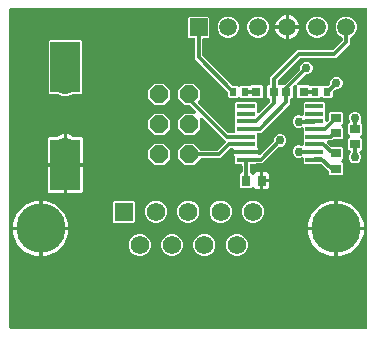
<source format=gbr>
G04 EAGLE Gerber RS-274X export*
G75*
%MOMM*%
%FSLAX34Y34*%
%LPD*%
%INTop Copper*%
%IPPOS*%
%AMOC8*
5,1,8,0,0,1.08239X$1,22.5*%
G01*
G04 Define Apertures*
%ADD10R,1.560000X1.560000*%
%ADD11C,1.560000*%
%ADD12C,4.186000*%
%ADD13R,0.900000X0.700000*%
%ADD14P,1.64956X8X292.5*%
%ADD15R,0.700000X0.900000*%
%ADD16R,2.500000X4.300000*%
%ADD17R,0.800000X0.800000*%
%ADD18R,0.600000X0.700000*%
%ADD19R,1.500000X0.400000*%
%ADD20C,1.450000*%
%ADD21C,1.508000*%
%ADD22R,1.508000X1.508000*%
%ADD23C,0.304800*%
%ADD24C,0.756400*%
G36*
X312760Y10281D02*
X312166Y10160D01*
X11684Y10160D01*
X11135Y10262D01*
X10624Y10589D01*
X10281Y11090D01*
X10160Y11684D01*
X10160Y280320D01*
X10262Y280869D01*
X10589Y281380D01*
X11089Y281723D01*
X11684Y281844D01*
X312166Y281936D01*
X312715Y281834D01*
X313226Y281507D01*
X313569Y281007D01*
X313690Y280412D01*
X313690Y11684D01*
X313588Y11135D01*
X313261Y10624D01*
X312760Y10281D01*
G37*
%LPC*%
G36*
X235783Y267124D02*
X244339Y267124D01*
X244339Y275680D01*
X243857Y275680D01*
X240153Y274145D01*
X237317Y271310D01*
X235783Y267605D01*
X235783Y267124D01*
G37*
G36*
X247387Y267124D02*
X255943Y267124D01*
X255943Y267605D01*
X254408Y271310D01*
X251572Y274145D01*
X247868Y275680D01*
X247387Y275680D01*
X247387Y267124D01*
G37*
G36*
X219060Y256536D02*
X222665Y256536D01*
X225997Y257916D01*
X228547Y260466D01*
X229927Y263797D01*
X229927Y267403D01*
X228547Y270734D01*
X225997Y273284D01*
X222665Y274664D01*
X219060Y274664D01*
X215728Y273284D01*
X213178Y270734D01*
X211799Y267403D01*
X211799Y263797D01*
X213178Y260466D01*
X215728Y257916D01*
X219060Y256536D01*
G37*
G36*
X194060Y256536D02*
X197665Y256536D01*
X200997Y257916D01*
X203547Y260466D01*
X204927Y263797D01*
X204927Y267403D01*
X203547Y270734D01*
X200997Y273284D01*
X197665Y274664D01*
X194060Y274664D01*
X190728Y273284D01*
X188178Y270734D01*
X186799Y267403D01*
X186799Y263797D01*
X188178Y260466D01*
X190728Y257916D01*
X194060Y256536D01*
G37*
G36*
X214881Y205614D02*
X224144Y205614D01*
X225037Y206506D01*
X225037Y215769D01*
X224144Y216662D01*
X214881Y216662D01*
X214828Y216608D01*
X214344Y216282D01*
X213750Y216162D01*
X206156Y216162D01*
X205865Y215870D01*
X205404Y215554D01*
X204812Y215424D01*
X204216Y215535D01*
X203710Y215870D01*
X203419Y216162D01*
X199705Y216162D01*
X199133Y216273D01*
X198628Y216608D01*
X174357Y240879D01*
X174031Y241362D01*
X173911Y241956D01*
X173911Y255012D01*
X174013Y255561D01*
X174340Y256072D01*
X174840Y256415D01*
X175435Y256536D01*
X179034Y256536D01*
X179927Y257429D01*
X179927Y273771D01*
X179034Y274664D01*
X162691Y274664D01*
X161799Y273771D01*
X161799Y257429D01*
X162691Y256536D01*
X166291Y256536D01*
X166840Y256434D01*
X167351Y256107D01*
X167694Y255606D01*
X167815Y255012D01*
X167815Y238800D01*
X194817Y211797D01*
X195143Y211314D01*
X195264Y210720D01*
X195264Y207006D01*
X196156Y206114D01*
X203419Y206114D01*
X203710Y206405D01*
X204171Y206721D01*
X204763Y206851D01*
X205359Y206740D01*
X205865Y206405D01*
X206156Y206114D01*
X213750Y206114D01*
X214322Y206002D01*
X214828Y205667D01*
X214881Y205614D01*
G37*
G36*
X158931Y148812D02*
X166506Y148812D01*
X172156Y154462D01*
X172639Y154788D01*
X173234Y154908D01*
X189381Y154908D01*
X197441Y162968D01*
X197924Y163294D01*
X198519Y163415D01*
X199149Y163415D01*
X199698Y163312D01*
X200209Y162985D01*
X200552Y162485D01*
X200673Y161891D01*
X200673Y161487D01*
X220753Y161487D01*
X220753Y163015D01*
X220183Y163584D01*
X219857Y164067D01*
X219737Y164662D01*
X219737Y174891D01*
X219839Y175440D01*
X220166Y175951D01*
X220666Y176294D01*
X221261Y176415D01*
X223588Y176415D01*
X247961Y200787D01*
X247961Y204090D01*
X248063Y204639D01*
X248390Y205150D01*
X248890Y205493D01*
X249485Y205614D01*
X249544Y205614D01*
X250437Y206506D01*
X250437Y214538D01*
X250548Y215110D01*
X250883Y215616D01*
X251787Y216520D01*
X252226Y216826D01*
X252816Y216966D01*
X253414Y216864D01*
X253925Y216537D01*
X254268Y216037D01*
X254389Y215442D01*
X254389Y206506D01*
X255281Y205614D01*
X264544Y205614D01*
X264597Y205667D01*
X265081Y205993D01*
X265675Y206114D01*
X273269Y206114D01*
X273560Y206405D01*
X274021Y206721D01*
X274613Y206851D01*
X275209Y206740D01*
X275715Y206405D01*
X276006Y206114D01*
X283269Y206114D01*
X284162Y207006D01*
X284162Y210163D01*
X284273Y210735D01*
X284608Y211241D01*
X285896Y212529D01*
X286379Y212855D01*
X286973Y212975D01*
X288393Y212975D01*
X290343Y213783D01*
X291836Y215276D01*
X292644Y217226D01*
X292644Y219337D01*
X291836Y221287D01*
X290343Y222779D01*
X288393Y223587D01*
X286282Y223587D01*
X284332Y222779D01*
X282839Y221287D01*
X282032Y219337D01*
X282032Y217917D01*
X281920Y217345D01*
X281585Y216839D01*
X281354Y216608D01*
X280870Y216282D01*
X280276Y216162D01*
X276006Y216162D01*
X275715Y215870D01*
X275254Y215554D01*
X274662Y215424D01*
X274066Y215535D01*
X273560Y215870D01*
X273269Y216162D01*
X265675Y216162D01*
X265103Y216273D01*
X264597Y216608D01*
X264544Y216662D01*
X255608Y216662D01*
X255081Y216755D01*
X254565Y217074D01*
X254214Y217569D01*
X254084Y218161D01*
X254195Y218757D01*
X254530Y219263D01*
X260496Y225229D01*
X260979Y225555D01*
X261573Y225675D01*
X262993Y225675D01*
X264943Y226483D01*
X266436Y227976D01*
X267244Y229926D01*
X267244Y232037D01*
X266436Y233987D01*
X264943Y235479D01*
X262993Y236287D01*
X260882Y236287D01*
X258932Y235479D01*
X257439Y233987D01*
X256632Y232037D01*
X256632Y230617D01*
X256520Y230045D01*
X256185Y229539D01*
X243754Y217108D01*
X243270Y216782D01*
X242676Y216662D01*
X239085Y216662D01*
X238535Y216764D01*
X238024Y217091D01*
X237681Y217591D01*
X237561Y218186D01*
X237561Y219919D01*
X237672Y220491D01*
X238007Y220996D01*
X256404Y239393D01*
X256887Y239719D01*
X257481Y239840D01*
X287013Y239840D01*
X298911Y251737D01*
X298911Y256033D01*
X299017Y256594D01*
X299348Y257102D01*
X299851Y257441D01*
X300997Y257916D01*
X303547Y260466D01*
X304927Y263797D01*
X304927Y267403D01*
X303547Y270734D01*
X300997Y273284D01*
X297665Y274664D01*
X294060Y274664D01*
X290728Y273284D01*
X288178Y270734D01*
X286799Y267403D01*
X286799Y263797D01*
X288178Y260466D01*
X290728Y257916D01*
X291874Y257441D01*
X292351Y257128D01*
X292694Y256628D01*
X292815Y256033D01*
X292815Y254894D01*
X292703Y254322D01*
X292368Y253816D01*
X284934Y246382D01*
X284451Y246056D01*
X283856Y245936D01*
X254325Y245936D01*
X231465Y223075D01*
X231465Y218186D01*
X231362Y217636D01*
X231035Y217125D01*
X230535Y216782D01*
X229941Y216662D01*
X229881Y216662D01*
X228989Y215769D01*
X228989Y206506D01*
X229881Y205614D01*
X229941Y205614D01*
X230490Y205511D01*
X231001Y205184D01*
X231344Y204684D01*
X231465Y204090D01*
X231465Y203069D01*
X231353Y202497D01*
X231018Y201991D01*
X222338Y193311D01*
X221899Y193005D01*
X221309Y192866D01*
X220711Y192967D01*
X220200Y193294D01*
X219857Y193794D01*
X219737Y194389D01*
X219737Y201594D01*
X218844Y202487D01*
X202581Y202487D01*
X201689Y201594D01*
X201689Y177535D01*
X201586Y176985D01*
X201259Y176474D01*
X200759Y176131D01*
X200165Y176011D01*
X196438Y176011D01*
X195866Y176122D01*
X195360Y176457D01*
X170433Y201384D01*
X170117Y201845D01*
X169987Y202437D01*
X170098Y203033D01*
X170433Y203539D01*
X171863Y204969D01*
X171863Y212544D01*
X166506Y217900D01*
X158931Y217900D01*
X153575Y212544D01*
X153575Y204969D01*
X158931Y199612D01*
X162952Y199612D01*
X163524Y199501D01*
X164030Y199166D01*
X168094Y195102D01*
X168400Y194663D01*
X168539Y194073D01*
X168438Y193475D01*
X168111Y192964D01*
X167611Y192621D01*
X167016Y192500D01*
X158931Y192500D01*
X153575Y187144D01*
X153575Y179569D01*
X158931Y174212D01*
X166506Y174212D01*
X171863Y179569D01*
X171863Y187654D01*
X171957Y188180D01*
X172275Y188696D01*
X172770Y189047D01*
X173362Y189178D01*
X173959Y189066D01*
X174464Y188731D01*
X193446Y169750D01*
X193762Y169289D01*
X193892Y168696D01*
X193781Y168100D01*
X193446Y167594D01*
X187303Y161451D01*
X186819Y161125D01*
X186225Y161004D01*
X173234Y161004D01*
X172662Y161116D01*
X172156Y161451D01*
X166506Y167100D01*
X158931Y167100D01*
X153575Y161744D01*
X153575Y154169D01*
X158931Y148812D01*
G37*
G36*
X269060Y256536D02*
X272665Y256536D01*
X275997Y257916D01*
X278547Y260466D01*
X279927Y263797D01*
X279927Y267403D01*
X278547Y270734D01*
X275997Y273284D01*
X272665Y274664D01*
X269060Y274664D01*
X265728Y273284D01*
X263178Y270734D01*
X261799Y267403D01*
X261799Y263797D01*
X263178Y260466D01*
X265728Y257916D01*
X269060Y256536D01*
G37*
G36*
X247387Y255520D02*
X247868Y255520D01*
X251572Y257055D01*
X254408Y259890D01*
X255943Y263595D01*
X255943Y264076D01*
X247387Y264076D01*
X247387Y255520D01*
G37*
G36*
X243857Y255520D02*
X244339Y255520D01*
X244339Y264076D01*
X235783Y264076D01*
X235783Y263595D01*
X237317Y259890D01*
X240153Y257055D01*
X243857Y255520D01*
G37*
G36*
X56199Y207126D02*
X59689Y207126D01*
X62914Y208462D01*
X62982Y208530D01*
X63465Y208855D01*
X64059Y208976D01*
X71075Y208976D01*
X71968Y209869D01*
X71968Y254131D01*
X71075Y255024D01*
X44812Y255024D01*
X43920Y254131D01*
X43920Y209869D01*
X44812Y208976D01*
X51828Y208976D01*
X52400Y208865D01*
X52906Y208530D01*
X52974Y208462D01*
X56199Y207126D01*
G37*
G36*
X133531Y199612D02*
X141106Y199612D01*
X146463Y204969D01*
X146463Y212544D01*
X141106Y217900D01*
X133531Y217900D01*
X128175Y212544D01*
X128175Y204969D01*
X133531Y199612D01*
G37*
G36*
X282206Y140876D02*
X292469Y140876D01*
X293362Y141769D01*
X293362Y150031D01*
X292070Y151322D01*
X291754Y151783D01*
X291624Y152376D01*
X291735Y152972D01*
X292070Y153478D01*
X293362Y154769D01*
X293362Y163031D01*
X292469Y163924D01*
X283930Y163924D01*
X283358Y164035D01*
X282853Y164370D01*
X279835Y167388D01*
X279529Y167827D01*
X279390Y168417D01*
X279491Y169015D01*
X279818Y169526D01*
X280318Y169869D01*
X280913Y169990D01*
X283838Y169990D01*
X284440Y170592D01*
X284923Y170918D01*
X285518Y171039D01*
X292469Y171039D01*
X293362Y171931D01*
X293362Y180194D01*
X292070Y181485D01*
X291754Y181946D01*
X291624Y182538D01*
X291735Y183134D01*
X292070Y183640D01*
X293362Y184931D01*
X293362Y193194D01*
X292469Y194087D01*
X282206Y194087D01*
X281314Y193194D01*
X281314Y187830D01*
X281202Y187258D01*
X280867Y186753D01*
X280338Y186224D01*
X279899Y185918D01*
X279309Y185778D01*
X278711Y185880D01*
X278200Y186207D01*
X277857Y186707D01*
X277737Y187301D01*
X277737Y201594D01*
X276844Y202487D01*
X260581Y202487D01*
X259689Y201594D01*
X259689Y192063D01*
X259590Y191525D01*
X259268Y191011D01*
X258770Y190664D01*
X258177Y190539D01*
X257581Y190655D01*
X256643Y191044D01*
X254532Y191044D01*
X252582Y190236D01*
X251089Y188743D01*
X250282Y186793D01*
X250282Y184682D01*
X251089Y182732D01*
X252582Y181239D01*
X254532Y180432D01*
X256643Y180432D01*
X257581Y180820D01*
X258116Y180935D01*
X258714Y180834D01*
X259225Y180507D01*
X259568Y180007D01*
X259689Y179412D01*
X259689Y166663D01*
X259590Y166125D01*
X259268Y165611D01*
X258770Y165264D01*
X258177Y165139D01*
X257581Y165255D01*
X256643Y165644D01*
X254532Y165644D01*
X252582Y164836D01*
X251089Y163343D01*
X250282Y161393D01*
X250282Y159282D01*
X251089Y157332D01*
X252582Y155839D01*
X254532Y155032D01*
X256643Y155032D01*
X257581Y155420D01*
X258116Y155535D01*
X258714Y155434D01*
X259225Y155107D01*
X259568Y154607D01*
X259689Y154012D01*
X259689Y150831D01*
X260581Y149939D01*
X273745Y149939D01*
X274317Y149827D01*
X274822Y149492D01*
X280867Y143447D01*
X281193Y142964D01*
X281314Y142370D01*
X281314Y141769D01*
X282206Y140876D01*
G37*
G36*
X302157Y150269D02*
X304268Y150269D01*
X306218Y151077D01*
X307711Y152569D01*
X308519Y154520D01*
X308519Y156630D01*
X307711Y158581D01*
X307379Y158912D01*
X307073Y159351D01*
X306934Y159941D01*
X307036Y160539D01*
X307362Y161050D01*
X307863Y161393D01*
X308315Y161485D01*
X309237Y162406D01*
X309237Y170669D01*
X307945Y171960D01*
X307629Y172421D01*
X307499Y173013D01*
X307610Y173609D01*
X307945Y174115D01*
X309237Y175406D01*
X309237Y183669D01*
X308222Y184683D01*
X307901Y185155D01*
X307776Y185749D01*
X307892Y186344D01*
X308519Y187857D01*
X308519Y189968D01*
X307711Y191918D01*
X306218Y193411D01*
X304268Y194219D01*
X302157Y194219D01*
X300207Y193411D01*
X298714Y191918D01*
X297907Y189968D01*
X297907Y187857D01*
X298533Y186344D01*
X298649Y185785D01*
X298538Y185189D01*
X298203Y184683D01*
X297189Y183669D01*
X297189Y175406D01*
X298480Y174115D01*
X298796Y173654D01*
X298926Y173062D01*
X298815Y172466D01*
X298480Y171960D01*
X297189Y170669D01*
X297189Y162406D01*
X298106Y161489D01*
X298495Y161420D01*
X299011Y161101D01*
X299362Y160606D01*
X299492Y160014D01*
X299381Y159418D01*
X299046Y158912D01*
X298714Y158581D01*
X297907Y156630D01*
X297907Y154520D01*
X298714Y152569D01*
X300207Y151077D01*
X302157Y150269D01*
G37*
G36*
X133531Y174212D02*
X141106Y174212D01*
X146463Y179569D01*
X146463Y187144D01*
X141106Y192500D01*
X133531Y192500D01*
X128175Y187144D01*
X128175Y179569D01*
X133531Y174212D01*
G37*
G36*
X219435Y128691D02*
X222464Y128691D01*
X222464Y142771D01*
X219435Y142771D01*
X217847Y141183D01*
X217386Y140867D01*
X216793Y140736D01*
X216197Y140848D01*
X215691Y141183D01*
X215018Y141856D01*
X215010Y141858D01*
X214499Y142185D01*
X214156Y142685D01*
X214036Y143279D01*
X214036Y148415D01*
X214138Y148964D01*
X214465Y149475D01*
X214965Y149818D01*
X215560Y149939D01*
X218844Y149939D01*
X218873Y149968D01*
X219357Y150294D01*
X219951Y150415D01*
X224575Y150415D01*
X238271Y164110D01*
X238754Y164436D01*
X239348Y164557D01*
X240768Y164557D01*
X242718Y165364D01*
X244211Y166857D01*
X245019Y168807D01*
X245019Y170918D01*
X244211Y172868D01*
X242718Y174361D01*
X240768Y175169D01*
X238657Y175169D01*
X236707Y174361D01*
X235214Y172868D01*
X234407Y170918D01*
X234407Y169498D01*
X234295Y168926D01*
X233960Y168421D01*
X223354Y157815D01*
X222915Y157509D01*
X222325Y157369D01*
X221727Y157471D01*
X221216Y157798D01*
X220873Y158298D01*
X220845Y158439D01*
X200673Y158439D01*
X200673Y156910D01*
X201242Y156341D01*
X201568Y155858D01*
X201689Y155263D01*
X201689Y150831D01*
X202581Y149939D01*
X206416Y149939D01*
X206965Y149836D01*
X207476Y149509D01*
X207819Y149009D01*
X207940Y148415D01*
X207940Y143279D01*
X207837Y142730D01*
X207510Y142219D01*
X207010Y141876D01*
X206969Y141868D01*
X205964Y140863D01*
X205964Y130600D01*
X206856Y129707D01*
X215119Y129707D01*
X215691Y130280D01*
X216152Y130596D01*
X216745Y130726D01*
X217341Y130615D01*
X217847Y130280D01*
X219435Y128691D01*
G37*
G36*
X42904Y150524D02*
X72984Y150524D01*
X72984Y171552D01*
X71496Y173040D01*
X64480Y173040D01*
X63908Y173151D01*
X63608Y173351D01*
X59891Y174890D01*
X59468Y174890D01*
X59468Y163576D01*
X56420Y163576D01*
X56420Y174890D01*
X55996Y174890D01*
X52289Y173354D01*
X52002Y173161D01*
X51407Y173040D01*
X44392Y173040D01*
X42904Y171552D01*
X42904Y150524D01*
G37*
G36*
X133531Y148812D02*
X141106Y148812D01*
X146463Y154169D01*
X146463Y161744D01*
X141106Y167100D01*
X133531Y167100D01*
X128175Y161744D01*
X128175Y154169D01*
X133531Y148812D01*
G37*
G36*
X59468Y124960D02*
X71496Y124960D01*
X72984Y126448D01*
X72984Y147476D01*
X59468Y147476D01*
X59468Y124960D01*
G37*
G36*
X44392Y124960D02*
X56420Y124960D01*
X56420Y147476D01*
X42904Y147476D01*
X42904Y126448D01*
X44392Y124960D01*
G37*
G36*
X225512Y137255D02*
X230028Y137255D01*
X230028Y141283D01*
X228540Y142771D01*
X225512Y142771D01*
X225512Y137255D01*
G37*
G36*
X225512Y128691D02*
X228540Y128691D01*
X230028Y130179D01*
X230028Y134207D01*
X225512Y134207D01*
X225512Y128691D01*
G37*
G36*
X214902Y100214D02*
X218611Y100214D01*
X222038Y101633D01*
X224661Y104256D01*
X226080Y107683D01*
X226080Y111392D01*
X224661Y114819D01*
X222038Y117442D01*
X218611Y118862D01*
X214902Y118862D01*
X211475Y117442D01*
X208852Y114819D01*
X207432Y111392D01*
X207432Y107683D01*
X208852Y104256D01*
X211475Y101633D01*
X214902Y100214D01*
G37*
G36*
X187502Y100214D02*
X191211Y100214D01*
X194638Y101633D01*
X197261Y104256D01*
X198680Y107683D01*
X198680Y111392D01*
X197261Y114819D01*
X194638Y117442D01*
X191211Y118862D01*
X187502Y118862D01*
X184075Y117442D01*
X181452Y114819D01*
X180032Y111392D01*
X180032Y107683D01*
X181452Y104256D01*
X184075Y101633D01*
X187502Y100214D01*
G37*
G36*
X160102Y100214D02*
X163811Y100214D01*
X167238Y101633D01*
X169861Y104256D01*
X171280Y107683D01*
X171280Y111392D01*
X169861Y114819D01*
X167238Y117442D01*
X163811Y118862D01*
X160102Y118862D01*
X156675Y117442D01*
X154052Y114819D01*
X152632Y111392D01*
X152632Y107683D01*
X154052Y104256D01*
X156675Y101633D01*
X160102Y100214D01*
G37*
G36*
X132702Y100214D02*
X136411Y100214D01*
X139838Y101633D01*
X142461Y104256D01*
X143880Y107683D01*
X143880Y111392D01*
X142461Y114819D01*
X139838Y117442D01*
X136411Y118862D01*
X132702Y118862D01*
X129275Y117442D01*
X126652Y114819D01*
X125232Y111392D01*
X125232Y107683D01*
X126652Y104256D01*
X129275Y101633D01*
X132702Y100214D01*
G37*
G36*
X98725Y100214D02*
X115588Y100214D01*
X116480Y101106D01*
X116480Y117969D01*
X115588Y118862D01*
X98725Y118862D01*
X97832Y117969D01*
X97832Y101106D01*
X98725Y100214D01*
G37*
G36*
X13586Y96862D02*
X35532Y96862D01*
X35532Y118808D01*
X32388Y118808D01*
X23762Y115234D01*
X17159Y108632D01*
X13586Y100006D01*
X13586Y96862D01*
G37*
G36*
X263486Y96862D02*
X285432Y96862D01*
X285432Y118808D01*
X282288Y118808D01*
X273662Y115234D01*
X267059Y108632D01*
X263486Y100006D01*
X263486Y96862D01*
G37*
G36*
X288480Y96862D02*
X310426Y96862D01*
X310426Y100006D01*
X306853Y108632D01*
X300251Y115234D01*
X291625Y118808D01*
X288480Y118808D01*
X288480Y96862D01*
G37*
G36*
X38580Y96862D02*
X60526Y96862D01*
X60526Y100006D01*
X56953Y108632D01*
X50351Y115234D01*
X41725Y118808D01*
X38580Y118808D01*
X38580Y96862D01*
G37*
G36*
X288480Y71868D02*
X291625Y71868D01*
X300251Y75441D01*
X306853Y82043D01*
X310426Y90669D01*
X310426Y93814D01*
X288480Y93814D01*
X288480Y71868D01*
G37*
G36*
X282288Y71868D02*
X285432Y71868D01*
X285432Y93814D01*
X263486Y93814D01*
X263486Y90669D01*
X267059Y82043D01*
X273662Y75441D01*
X282288Y71868D01*
G37*
G36*
X38580Y71868D02*
X41725Y71868D01*
X50351Y75441D01*
X56953Y82043D01*
X60526Y90669D01*
X60526Y93814D01*
X38580Y93814D01*
X38580Y71868D01*
G37*
G36*
X32388Y71868D02*
X35532Y71868D01*
X35532Y93814D01*
X13586Y93814D01*
X13586Y90669D01*
X17159Y82043D01*
X23762Y75441D01*
X32388Y71868D01*
G37*
G36*
X201202Y71814D02*
X204911Y71814D01*
X208338Y73233D01*
X210961Y75856D01*
X212380Y79283D01*
X212380Y82992D01*
X210961Y86419D01*
X208338Y89042D01*
X204911Y90462D01*
X201202Y90462D01*
X197775Y89042D01*
X195152Y86419D01*
X193732Y82992D01*
X193732Y79283D01*
X195152Y75856D01*
X197775Y73233D01*
X201202Y71814D01*
G37*
G36*
X173802Y71814D02*
X177511Y71814D01*
X180938Y73233D01*
X183561Y75856D01*
X184980Y79283D01*
X184980Y82992D01*
X183561Y86419D01*
X180938Y89042D01*
X177511Y90462D01*
X173802Y90462D01*
X170375Y89042D01*
X167752Y86419D01*
X166332Y82992D01*
X166332Y79283D01*
X167752Y75856D01*
X170375Y73233D01*
X173802Y71814D01*
G37*
G36*
X146402Y71814D02*
X150111Y71814D01*
X153538Y73233D01*
X156161Y75856D01*
X157580Y79283D01*
X157580Y82992D01*
X156161Y86419D01*
X153538Y89042D01*
X150111Y90462D01*
X146402Y90462D01*
X142975Y89042D01*
X140352Y86419D01*
X138932Y82992D01*
X138932Y79283D01*
X140352Y75856D01*
X142975Y73233D01*
X146402Y71814D01*
G37*
G36*
X119002Y71814D02*
X122711Y71814D01*
X126138Y73233D01*
X128761Y75856D01*
X130180Y79283D01*
X130180Y82992D01*
X128761Y86419D01*
X126138Y89042D01*
X122711Y90462D01*
X119002Y90462D01*
X115575Y89042D01*
X112952Y86419D01*
X111532Y82992D01*
X111532Y79283D01*
X112952Y75856D01*
X115575Y73233D01*
X119002Y71814D01*
G37*
%LPD*%
D10*
X107156Y109538D03*
D11*
X134556Y109538D03*
X161956Y109538D03*
X189356Y109538D03*
X216756Y109538D03*
X120856Y81138D03*
X148256Y81138D03*
X175656Y81138D03*
X203056Y81138D03*
D12*
X286956Y95338D03*
X37056Y95338D03*
D13*
X287338Y145900D03*
X287338Y158900D03*
X287338Y176063D03*
X287338Y189063D03*
X303213Y166538D03*
X303213Y179538D03*
D14*
X137319Y208756D03*
X162719Y208756D03*
X137319Y183356D03*
X162719Y183356D03*
X137319Y157956D03*
X162719Y157956D03*
D15*
X210988Y135731D03*
X223988Y135731D03*
D16*
X57944Y232000D03*
X57944Y149000D03*
D17*
X244913Y211138D03*
X259913Y211138D03*
X234513Y211138D03*
X219513Y211138D03*
D18*
X269638Y211138D03*
X279638Y211138D03*
X209788Y211138D03*
X199788Y211138D03*
D19*
X268713Y198963D03*
X268713Y192463D03*
X268713Y185963D03*
X268713Y179463D03*
X268713Y172963D03*
X268713Y166463D03*
X268713Y159963D03*
X268713Y153463D03*
X210713Y198963D03*
X210713Y192463D03*
X210713Y185963D03*
X210713Y179463D03*
X210713Y172963D03*
X210713Y166463D03*
X210713Y159963D03*
X210713Y153463D03*
D20*
X57944Y215900D03*
X57944Y165100D03*
D21*
X220863Y265600D03*
X245863Y265600D03*
X195863Y265600D03*
D22*
X170863Y265600D03*
D21*
X270863Y265600D03*
X295863Y265600D03*
D23*
X210988Y153188D02*
X210988Y135731D01*
X57944Y215900D02*
X57944Y232000D01*
X170863Y240063D02*
X199788Y211138D01*
X170863Y240063D02*
X170863Y265600D01*
X239713Y169863D02*
X223313Y153463D01*
D24*
X239713Y169863D03*
D23*
X279638Y211138D02*
X280194Y211138D01*
X287338Y218281D01*
D24*
X287338Y218281D03*
D23*
X223313Y153463D02*
X210713Y153463D01*
X210988Y153188D01*
X255963Y159963D02*
X268713Y159963D01*
X255963Y159963D02*
X255588Y160338D01*
D24*
X255588Y160338D03*
X303213Y155575D03*
D23*
X303213Y166538D01*
X282575Y146050D02*
X274638Y153988D01*
X269238Y153988D01*
X268713Y153463D01*
X287188Y146050D02*
X287338Y145900D01*
X287188Y146050D02*
X282575Y146050D01*
X276225Y166688D02*
X268938Y166688D01*
X268713Y166463D01*
X287188Y158750D02*
X287338Y158900D01*
X287188Y158750D02*
X284163Y158750D01*
X276225Y166688D01*
X286469Y176931D02*
X287338Y176063D01*
X282575Y173038D02*
X268788Y173038D01*
X268713Y172963D01*
X282575Y173038D02*
X286469Y176931D01*
X287338Y188913D02*
X287338Y189063D01*
X287338Y188913D02*
X277813Y179388D01*
X268788Y179388D01*
X268713Y179463D01*
X268488Y185738D02*
X268713Y185963D01*
X268488Y185738D02*
X255588Y185738D01*
D24*
X255588Y185738D03*
X303213Y188913D03*
D23*
X303213Y179538D01*
X222325Y179463D02*
X210713Y179463D01*
X222325Y179463D02*
X244913Y202050D01*
X244913Y211138D01*
X244913Y213956D01*
X261938Y230981D01*
D24*
X261938Y230981D03*
D23*
X219300Y185963D02*
X210713Y185963D01*
X219300Y185963D02*
X234513Y201175D01*
X234513Y211138D01*
X234513Y221813D01*
X255588Y242888D01*
X285750Y242888D01*
X295863Y253000D01*
X295863Y265600D01*
X210713Y166463D02*
X196625Y166463D01*
X188119Y157956D01*
X162719Y157956D01*
X194544Y172963D02*
X210713Y172963D01*
X194544Y172963D02*
X162719Y204788D01*
X162719Y208756D01*
X259913Y211138D02*
X269638Y211138D01*
X219513Y211138D02*
X209788Y211138D01*
M02*

</source>
